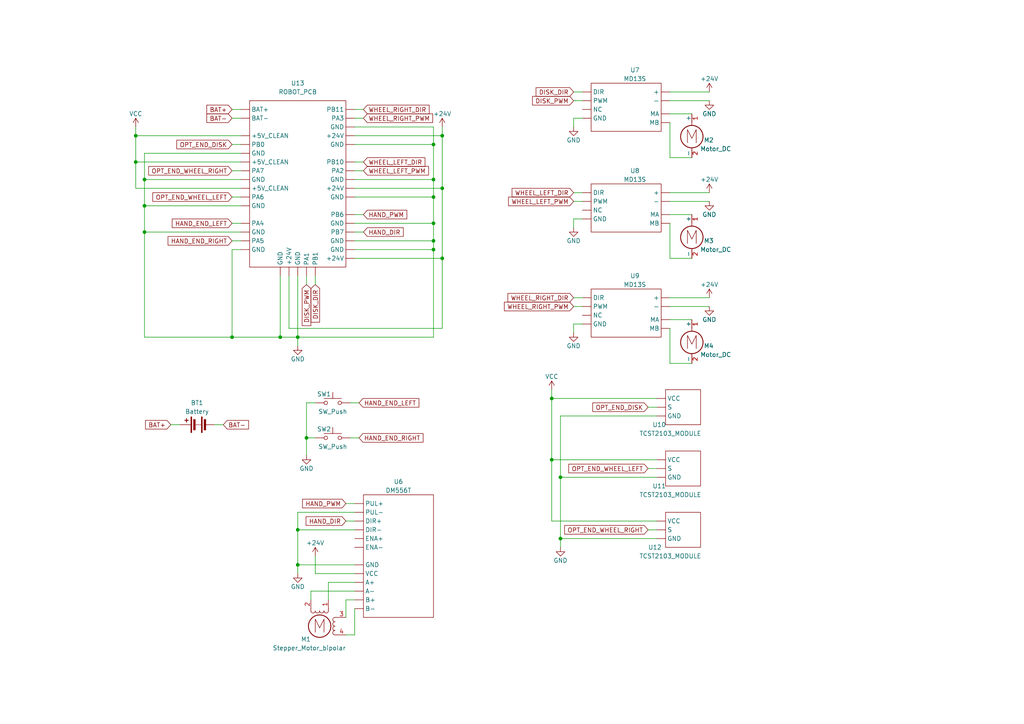
<source format=kicad_sch>
(kicad_sch (version 20230121) (generator eeschema)
  (paper "A4")
  (lib_symbols
    (symbol "Device:Battery" (pin_numbers hide) (pin_names (offset 0) hide)
      (property "Reference" "BT" (at 2.54 2.54 0))
      (property "Value" "Battery" (at 2.54 0 0))
      (symbol "Battery_0_1"
        (rectangle (start -2.286 -1.27) (end 2.286 -1.524) (fill (type outline)))
        (rectangle (start -2.286 1.778) (end 2.286 1.524) (fill (type outline)))
        (rectangle (start -1.524 -2.032) (end 1.524 -2.54) (fill (type outline)))
        (rectangle (start -1.524 1.016) (end 1.524 0.508) (fill (type outline)))
        (polyline (pts (xy 0 -1.016) (xy 0 -0.762)))
        (polyline (pts (xy 0 -0.508) (xy 0 -0.254)))
        (polyline (pts (xy 0 0) (xy 0 0.254)))
        (polyline (pts (xy 0 1.778) (xy 0 2.54)))
        (polyline (pts (xy 0.762 3.048) (xy 1.778 3.048)) (stroke (width 0.254)))
        (polyline (pts (xy 1.27 3.556) (xy 1.27 2.54)) (stroke (width 0.254)))
      )
      (symbol "Battery_1_1"
        (pin passive line (at 0 5.08 270) (length 2.54) (name "+") (number "1"))
        (pin passive line (at 0 -5.08 90) (length 2.54) (name "-") (number "2"))
      )
    )
    (symbol "MD13S_1"
      (property "Reference" "U" (at -5.08 17.78 0))
      (property "Value" "MD13S" (at -2.54 15.24 0))
      (symbol "MD13S_1_0_1"
        (rectangle (start -10.16 13.97) (end 10.16 0))
      )
      (symbol "MD13S_1_1_1"
        (pin power_in line (at -12.7 11.43 0) (length 2.54) (name "+") (number ""))
        (pin power_in line (at -12.7 8.89 0) (length 2.54) (name "-") (number ""))
        (pin input line (at 12.7 11.43 180) (length 2.54) (name "DIR") (number ""))
        (pin input line (at 12.7 3.81 180) (length 2.54) (name "GND") (number ""))
        (pin power_out line (at -12.7 5.08 0) (length 2.54) (name "MA") (number ""))
        (pin power_out line (at -12.7 2.54 0) (length 2.54) (name "MB") (number ""))
        (pin input line (at 12.7 6.35 180) (length 2.54) (name "NC") (number ""))
        (pin input line (at 12.7 8.89 180) (length 2.54) (name "PWM") (number ""))
      )
    )
    (symbol "Motor:Motor_DC" (pin_names (offset 0))
      (property "Reference" "M" (at 2.54 2.54 0))
      (property "Value" "Motor_DC" (at 2.54 -5.08 0))
      (symbol "Motor_DC_0_0"
        (polyline (pts (xy -1.27 -3.302) (xy -1.27 0.508) (xy 0 -2.032) (xy 1.27 0.508) (xy 1.27 -3.302)))
      )
      (symbol "Motor_DC_0_1"
        (circle (center 0 -1.524) (radius 3.2512) (stroke (width 0.254)))
        (polyline (pts (xy 0 -7.62) (xy 0 -7.112)))
        (polyline (pts (xy 0 -4.7752) (xy 0 -5.1816)))
        (polyline (pts (xy 0 1.7272) (xy 0 2.0828)))
        (polyline (pts (xy 0 2.032) (xy 0 2.54)))
      )
      (symbol "Motor_DC_1_1"
        (pin passive line (at 0 5.08 270) (length 2.54) (name "+") (number "1"))
        (pin passive line (at 0 -7.62 90) (length 2.54) (name "-") (number "2"))
      )
    )
    (symbol "Motor:Stepper_Motor_bipolar" (pin_names (offset 0) hide)
      (property "Reference" "M" (at 3.81 2.54 0))
      (property "Value" "Stepper_Motor_bipolar" (at 3.81 1.27 0))
      (symbol "Stepper_Motor_bipolar_0_0"
        (polyline (pts (xy -1.27 -1.778) (xy -1.27 2.032) (xy 0 -0.508) (xy 1.27 2.032) (xy 1.27 -1.778)))
      )
      (symbol "Stepper_Motor_bipolar_0_1"
        (arc (start -4.445 -2.54) (mid -3.8127 -1.905) (end -4.445 -1.27))
        (arc (start -4.445 -1.27) (mid -3.8127 -0.635) (end -4.445 0))
        (arc (start -4.445 0) (mid -3.8127 0.635) (end -4.445 1.27))
        (arc (start -4.445 1.27) (mid -3.8127 1.905) (end -4.445 2.54))
        (arc (start -2.54 4.445) (mid -1.905 3.8127) (end -1.27 4.445))
        (arc (start -1.27 4.445) (mid -0.635 3.8127) (end 0 4.445))
        (polyline (pts (xy -5.08 -2.54) (xy -4.445 -2.54)))
        (polyline (pts (xy -5.08 2.54) (xy -4.445 2.54)))
        (polyline (pts (xy -2.54 5.08) (xy -2.54 4.445)))
        (polyline (pts (xy 2.54 5.08) (xy 2.54 4.445)))
        (circle (center 0 0) (radius 3.2512) (stroke (width 0.254)))
        (arc (start 0 4.445) (mid 0.635 3.8127) (end 1.27 4.445))
        (arc (start 1.27 4.445) (mid 1.905 3.8127) (end 2.54 4.445))
      )
      (symbol "Stepper_Motor_bipolar_1_1"
        (pin passive line (at -2.54 7.62 270) (length 2.54) (name "~") (number "1"))
        (pin passive line (at 2.54 7.62 270) (length 2.54) (name "-") (number "2"))
        (pin passive line (at -7.62 2.54 0) (length 2.54) (name "~") (number "3"))
        (pin passive line (at -7.62 -2.54 0) (length 2.54) (name "~") (number "4"))
      )
    )
    (symbol "STM32F103C8T6:DM556T"
      (property "Reference" "U" (at -11.43 19.05 0))
      (property "Value" "DM556T" (at -13.97 16.51 0))
      (symbol "DM556T_0_1"
        (rectangle (start -10.16 35.56) (end 10.16 0))
      )
      (symbol "DM556T_1_1"
        (pin power_out line (at 12.7 10.16 180) (length 2.54) (name "A+") (number ""))
        (pin power_out line (at 12.7 7.62 180) (length 2.54) (name "A-") (number ""))
        (pin power_out line (at 12.7 5.08 180) (length 2.54) (name "B+") (number ""))
        (pin power_out line (at 12.7 2.54 180) (length 2.54) (name "B-") (number ""))
        (pin input line (at 12.7 27.94 180) (length 2.54) (name "DIR+") (number ""))
        (pin input line (at 12.7 25.4 180) (length 2.54) (name "DIR-") (number ""))
        (pin input line (at 12.7 22.86 180) (length 2.54) (name "ENA+") (number ""))
        (pin input line (at 12.7 20.32 180) (length 2.54) (name "ENA-") (number ""))
        (pin power_in line (at 12.7 15.24 180) (length 2.54) (name "GND") (number ""))
        (pin input line (at 12.7 33.02 180) (length 2.54) (name "PUL+") (number ""))
        (pin input line (at 12.7 30.48 180) (length 2.54) (name "PUL-") (number ""))
        (pin power_in line (at 12.7 12.7 180) (length 2.54) (name "VCC") (number ""))
      )
    )
    (symbol "STM32F103C8T6:TCST2103_module"
      (property "Reference" "U" (at 6.35 1.27 0))
      (property "Value" "TCST2103_MODULE" (at 3.81 -1.27 0))
      (symbol "TCST2103_module_0_1"
        (rectangle (start -5.08 10.16) (end 5.08 0))
      )
      (symbol "TCST2103_module_1_1"
        (pin power_in line (at -7.62 2.54 0) (length 2.54) (name "GND") (number ""))
        (pin input line (at -7.62 5.08 0) (length 2.54) (name "S") (number ""))
        (pin power_in line (at -7.62 7.62 0) (length 2.54) (name "VCC") (number ""))
      )
    )
    (symbol "Switch:SW_Push" (pin_numbers hide) (pin_names (offset 1.016) hide)
      (property "Reference" "SW" (at 1.27 2.54 0))
      (property "Value" "SW_Push" (at 0 -1.524 0))
      (symbol "SW_Push_0_1"
        (circle (center -2.032 0) (radius 0.508))
        (polyline (pts (xy 0 1.27) (xy 0 3.048)))
        (polyline (pts (xy 2.54 1.27) (xy -2.54 1.27)))
        (circle (center 2.032 0) (radius 0.508))
        (pin passive line (at -5.08 0 0) (length 2.54) (name "1") (number "1"))
        (pin passive line (at 5.08 0 180) (length 2.54) (name "2") (number "2"))
      )
    )
    (symbol "power:+24V" (power) (pin_names (offset 0))
      (property "Value" "+24V" (at 0 3.556 0))
      (symbol "+24V_0_1"
        (polyline (pts (xy -0.762 1.27) (xy 0 2.54)))
        (polyline (pts (xy 0 0) (xy 0 2.54)))
        (polyline (pts (xy 0 2.54) (xy 0.762 1.27)))
      )
      (symbol "+24V_1_1"
        (pin power_in line (at 0 0 90) (length 0) hide (name "+24V") (number "1"))
      )
    )
    (symbol "power:GND" (power) (pin_names (offset 0))
      (property "Value" "GND" (at 0 -3.81 0))
      (symbol "GND_0_1"
        (polyline (pts (xy 0 0) (xy 0 -1.27) (xy 1.27 -1.27) (xy 0 -2.54) (xy -1.27 -1.27) (xy 0 -1.27)))
      )
      (symbol "GND_1_1"
        (pin power_in line (at 0 0 270) (length 0) hide (name "GND") (number "1"))
      )
    )
    (symbol "power:VCC" (power) (pin_names (offset 0))
      (property "Value" "+5V_CLEAN" (at 0 3.81 0))
      (symbol "VCC_0_1"
        (polyline (pts (xy -0.762 1.27) (xy 0 2.54)))
        (polyline (pts (xy 0 0) (xy 0 2.54)))
        (polyline (pts (xy 0 2.54) (xy 0.762 1.27)))
      )
      (symbol "VCC_1_1"
        (pin power_in line (at 0 0 90) (length 0) hide (name "VCC") (number "1"))
      )
    )
    (symbol "robot_pcb:robot_pcb"
      (property "Reference" "U" (at 1.27 52.07 0))
      (property "Value" "ROBOT_PCB" (at 1.27 49.53 0))
      (symbol "robot_pcb_0_1"
        (rectangle (start -13.97 48.26) (end 13.97 0))
      )
      (symbol "robot_pcb_1_1"
        (pin power_out line (at -2.54 -2.54 90) (length 2.54) (name "+24V") (number ""))
        (pin power_out line (at 16.51 2.54 180) (length 2.54) (name "+24V") (number ""))
        (pin power_out line (at 16.51 22.86 180) (length 2.54) (name "+24V") (number ""))
        (pin power_out line (at 16.51 38.1 180) (length 2.54) (name "+24V") (number ""))
        (pin power_out line (at -16.51 22.86 0) (length 2.54) (name "+5V_CLEAN") (number ""))
        (pin power_out line (at -16.51 30.48 0) (length 2.54) (name "+5V_CLEAN") (number ""))
        (pin power_out line (at -16.51 38.1 0) (length 2.54) (name "+5V_CLEAN") (number ""))
        (pin power_in line (at -16.51 45.72 0) (length 2.54) (name "BAT+") (number ""))
        (pin power_in line (at -16.51 43.18 0) (length 2.54) (name "BAT-") (number ""))
        (pin power_out line (at -16.51 5.08 0) (length 2.54) (name "GND") (number ""))
        (pin power_out line (at -16.51 10.16 0) (length 2.54) (name "GND") (number ""))
        (pin power_out line (at -16.51 17.78 0) (length 2.54) (name "GND") (number ""))
        (pin power_out line (at -16.51 25.4 0) (length 2.54) (name "GND") (number ""))
        (pin power_out line (at -16.51 33.02 0) (length 2.54) (name "GND") (number ""))
        (pin power_out line (at -5.08 -2.54 90) (length 2.54) (name "GND") (number ""))
        (pin power_out line (at 0 -2.54 90) (length 2.54) (name "GND") (number ""))
        (pin power_out line (at 16.51 5.08 180) (length 2.54) (name "GND") (number ""))
        (pin power_out line (at 16.51 7.62 180) (length 2.54) (name "GND") (number ""))
        (pin power_out line (at 16.51 12.7 180) (length 2.54) (name "GND") (number ""))
        (pin power_out line (at 16.51 20.32 180) (length 2.54) (name "GND") (number ""))
        (pin power_out line (at 16.51 25.4 180) (length 2.54) (name "GND") (number ""))
        (pin power_out line (at 16.51 35.56 180) (length 2.54) (name "GND") (number ""))
        (pin power_out line (at 16.51 40.64 180) (length 2.54) (name "GND") (number ""))
        (pin output line (at 2.54 -2.54 90) (length 2.54) (name "PA1") (number ""))
        (pin output line (at 16.51 27.94 180) (length 2.54) (name "PA2") (number ""))
        (pin output line (at 16.51 43.18 180) (length 2.54) (name "PA3") (number ""))
        (pin input line (at -16.51 12.7 0) (length 2.54) (name "PA4") (number ""))
        (pin input line (at -16.51 7.62 0) (length 2.54) (name "PA5") (number ""))
        (pin input line (at -16.51 20.32 0) (length 2.54) (name "PA6") (number ""))
        (pin input line (at -16.51 27.94 0) (length 2.54) (name "PA7") (number ""))
        (pin input line (at -16.51 35.56 0) (length 2.54) (name "PB0") (number ""))
        (pin output line (at 5.08 -2.54 90) (length 2.54) (name "PB1") (number ""))
        (pin output line (at 16.51 30.48 180) (length 2.54) (name "PB10") (number ""))
        (pin output line (at 16.51 45.72 180) (length 2.54) (name "PB11") (number ""))
        (pin output line (at 16.51 15.24 180) (length 2.54) (name "PB6") (number ""))
        (pin output line (at 16.51 10.16 180) (length 2.54) (name "PB7") (number ""))
      )
    )
  )
  (junction (at 162.56 156.21))
  (junction (at 86.36 153.67))
  (junction (at 128.27 74.93))
  (junction (at 86.36 97.79))
  (junction (at 81.28 97.79))
  (junction (at 39.37 46.99))
  (junction (at 67.31 97.79))
  (junction (at 160.02 133.35))
  (junction (at 125.73 69.85))
  (junction (at 128.27 39.37))
  (junction (at 88.9 127))
  (junction (at 41.91 52.07))
  (junction (at 86.36 163.83))
  (junction (at 125.73 64.77))
  (junction (at 125.73 52.07))
  (junction (at 128.27 54.61))
  (junction (at 162.56 138.43))
  (junction (at 125.73 57.15))
  (junction (at 39.37 39.37))
  (junction (at 125.73 72.39))
  (junction (at 125.73 41.91))
  (junction (at 160.02 115.57))
  (junction (at 41.91 67.31))
  (junction (at 41.91 59.69))
  (wire (pts (xy 162.56 156.21) (xy 190.5 156.21)))
  (wire (pts (xy 162.56 120.65) (xy 190.5 120.65)))
  (wire (pts (xy 205.74 26.67) (xy 194.31 26.67)))
  (wire (pts (xy 200.66 74.93) (xy 194.31 74.93)))
  (wire (pts (xy 86.36 153.67) (xy 86.36 163.83)))
  (wire (pts (xy 160.02 133.35) (xy 190.5 133.35)))
  (wire (pts (xy 88.9 127) (xy 88.9 132.08)))
  (wire (pts (xy 102.87 62.23) (xy 105.41 62.23)))
  (wire (pts (xy 166.37 86.36) (xy 168.91 86.36)))
  (wire (pts (xy 67.31 57.15) (xy 69.85 57.15)))
  (wire (pts (xy 102.87 153.67) (xy 86.36 153.67)))
  (wire (pts (xy 102.87 57.15) (xy 125.73 57.15)))
  (wire (pts (xy 101.6 116.84) (xy 104.14 116.84)))
  (wire (pts (xy 162.56 156.21) (xy 162.56 158.75)))
  (wire (pts (xy 166.37 34.29) (xy 166.37 36.83)))
  (wire (pts (xy 187.96 118.11) (xy 190.5 118.11)))
  (wire (pts (xy 125.73 36.83) (xy 125.73 41.91)))
  (wire (pts (xy 67.31 97.79) (xy 81.28 97.79)))
  (wire (pts (xy 41.91 67.31) (xy 69.85 67.31)))
  (wire (pts (xy 160.02 113.03) (xy 160.02 115.57)))
  (wire (pts (xy 160.02 115.57) (xy 160.02 133.35)))
  (wire (pts (xy 166.37 93.98) (xy 168.91 93.98)))
  (wire (pts (xy 102.87 148.59) (xy 86.36 148.59)))
  (wire (pts (xy 83.82 95.25) (xy 128.27 95.25)))
  (wire (pts (xy 205.74 88.9) (xy 194.31 88.9)))
  (wire (pts (xy 41.91 67.31) (xy 41.91 97.79)))
  (wire (pts (xy 41.91 59.69) (xy 41.91 67.31)))
  (wire (pts (xy 128.27 39.37) (xy 128.27 36.83)))
  (wire (pts (xy 90.17 171.45) (xy 90.17 173.99)))
  (wire (pts (xy 166.37 34.29) (xy 168.91 34.29)))
  (wire (pts (xy 194.31 35.56) (xy 194.31 45.72)))
  (wire (pts (xy 102.87 163.83) (xy 86.36 163.83)))
  (wire (pts (xy 81.28 80.01) (xy 81.28 97.79)))
  (wire (pts (xy 187.96 153.67) (xy 190.5 153.67)))
  (wire (pts (xy 125.73 57.15) (xy 125.73 64.77)))
  (wire (pts (xy 102.87 166.37) (xy 91.44 166.37)))
  (wire (pts (xy 41.91 59.69) (xy 69.85 59.69)))
  (wire (pts (xy 166.37 93.98) (xy 166.37 96.52)))
  (wire (pts (xy 39.37 54.61) (xy 39.37 46.99)))
  (wire (pts (xy 166.37 63.5) (xy 166.37 66.04)))
  (wire (pts (xy 160.02 133.35) (xy 160.02 151.13)))
  (wire (pts (xy 41.91 44.45) (xy 41.91 52.07)))
  (wire (pts (xy 128.27 74.93) (xy 128.27 54.61)))
  (wire (pts (xy 88.9 116.84) (xy 88.9 127)))
  (wire (pts (xy 194.31 64.77) (xy 194.31 74.93)))
  (wire (pts (xy 160.02 115.57) (xy 190.5 115.57)))
  (wire (pts (xy 62.23 123.19) (xy 64.77 123.19)))
  (wire (pts (xy 102.87 36.83) (xy 125.73 36.83)))
  (wire (pts (xy 67.31 69.85) (xy 69.85 69.85)))
  (wire (pts (xy 162.56 138.43) (xy 162.56 156.21)))
  (wire (pts (xy 102.87 54.61) (xy 128.27 54.61)))
  (wire (pts (xy 67.31 41.91) (xy 69.85 41.91)))
  (wire (pts (xy 102.87 69.85) (xy 125.73 69.85)))
  (wire (pts (xy 166.37 88.9) (xy 168.91 88.9)))
  (wire (pts (xy 162.56 120.65) (xy 162.56 138.43)))
  (wire (pts (xy 102.87 176.53) (xy 102.87 184.15)))
  (wire (pts (xy 41.91 52.07) (xy 41.91 59.69)))
  (wire (pts (xy 102.87 74.93) (xy 128.27 74.93)))
  (wire (pts (xy 205.74 86.36) (xy 194.31 86.36)))
  (wire (pts (xy 86.36 148.59) (xy 86.36 153.67)))
  (wire (pts (xy 69.85 39.37) (xy 39.37 39.37)))
  (wire (pts (xy 86.36 80.01) (xy 86.36 97.79)))
  (wire (pts (xy 125.73 69.85) (xy 125.73 72.39)))
  (wire (pts (xy 67.31 31.75) (xy 69.85 31.75)))
  (wire (pts (xy 200.66 62.23) (xy 194.31 62.23)))
  (wire (pts (xy 100.33 151.13) (xy 102.87 151.13)))
  (wire (pts (xy 101.6 127) (xy 104.14 127)))
  (wire (pts (xy 205.74 55.88) (xy 194.31 55.88)))
  (wire (pts (xy 125.73 52.07) (xy 125.73 57.15)))
  (wire (pts (xy 102.87 34.29) (xy 105.41 34.29)))
  (wire (pts (xy 166.37 58.42) (xy 168.91 58.42)))
  (wire (pts (xy 102.87 46.99) (xy 105.41 46.99)))
  (wire (pts (xy 128.27 95.25) (xy 128.27 74.93)))
  (wire (pts (xy 102.87 52.07) (xy 125.73 52.07)))
  (wire (pts (xy 39.37 39.37) (xy 39.37 36.83)))
  (wire (pts (xy 69.85 54.61) (xy 39.37 54.61)))
  (wire (pts (xy 187.96 135.89) (xy 190.5 135.89)))
  (wire (pts (xy 100.33 146.05) (xy 102.87 146.05)))
  (wire (pts (xy 67.31 49.53) (xy 69.85 49.53)))
  (wire (pts (xy 166.37 63.5) (xy 168.91 63.5)))
  (wire (pts (xy 67.31 64.77) (xy 69.85 64.77)))
  (wire (pts (xy 102.87 31.75) (xy 105.41 31.75)))
  (wire (pts (xy 162.56 138.43) (xy 190.5 138.43)))
  (wire (pts (xy 166.37 29.21) (xy 168.91 29.21)))
  (wire (pts (xy 200.66 92.71) (xy 194.31 92.71)))
  (wire (pts (xy 102.87 72.39) (xy 125.73 72.39)))
  (wire (pts (xy 91.44 161.29) (xy 91.44 166.37)))
  (wire (pts (xy 102.87 64.77) (xy 125.73 64.77)))
  (wire (pts (xy 166.37 26.67) (xy 168.91 26.67)))
  (wire (pts (xy 102.87 171.45) (xy 90.17 171.45)))
  (wire (pts (xy 200.66 45.72) (xy 194.31 45.72)))
  (wire (pts (xy 102.87 39.37) (xy 128.27 39.37)))
  (wire (pts (xy 200.66 105.41) (xy 194.31 105.41)))
  (wire (pts (xy 86.36 166.37) (xy 86.36 163.83)))
  (wire (pts (xy 125.73 97.79) (xy 86.36 97.79)))
  (wire (pts (xy 125.73 64.77) (xy 125.73 69.85)))
  (wire (pts (xy 102.87 173.99) (xy 100.33 173.99)))
  (wire (pts (xy 49.53 123.19) (xy 52.07 123.19)))
  (wire (pts (xy 83.82 80.01) (xy 83.82 95.25)))
  (wire (pts (xy 88.9 80.01) (xy 88.9 82.55)))
  (wire (pts (xy 125.73 41.91) (xy 125.73 52.07)))
  (wire (pts (xy 102.87 49.53) (xy 105.41 49.53)))
  (wire (pts (xy 67.31 72.39) (xy 67.31 97.79)))
  (wire (pts (xy 86.36 97.79) (xy 86.36 100.33)))
  (wire (pts (xy 125.73 72.39) (xy 125.73 97.79)))
  (wire (pts (xy 205.74 29.21) (xy 194.31 29.21)))
  (wire (pts (xy 200.66 33.02) (xy 194.31 33.02)))
  (wire (pts (xy 102.87 67.31) (xy 105.41 67.31)))
  (wire (pts (xy 102.87 41.91) (xy 125.73 41.91)))
  (wire (pts (xy 205.74 58.42) (xy 194.31 58.42)))
  (wire (pts (xy 100.33 184.15) (xy 102.87 184.15)))
  (wire (pts (xy 102.87 168.91) (xy 95.25 168.91)))
  (wire (pts (xy 69.85 72.39) (xy 67.31 72.39)))
  (wire (pts (xy 69.85 44.45) (xy 41.91 44.45)))
  (wire (pts (xy 91.44 116.84) (xy 88.9 116.84)))
  (wire (pts (xy 160.02 151.13) (xy 190.5 151.13)))
  (wire (pts (xy 39.37 46.99) (xy 39.37 39.37)))
  (wire (pts (xy 69.85 46.99) (xy 39.37 46.99)))
  (wire (pts (xy 81.28 97.79) (xy 86.36 97.79)))
  (wire (pts (xy 95.25 168.91) (xy 95.25 173.99)))
  (wire (pts (xy 91.44 80.01) (xy 91.44 82.55)))
  (wire (pts (xy 91.44 127) (xy 88.9 127)))
  (wire (pts (xy 67.31 34.29) (xy 69.85 34.29)))
  (wire (pts (xy 194.31 95.25) (xy 194.31 105.41)))
  (wire (pts (xy 166.37 55.88) (xy 168.91 55.88)))
  (wire (pts (xy 128.27 54.61) (xy 128.27 39.37)))
  (wire (pts (xy 41.91 97.79) (xy 67.31 97.79)))
  (wire (pts (xy 41.91 52.07) (xy 69.85 52.07)))
  (wire (pts (xy 100.33 173.99) (xy 100.33 179.07)))
  (global_label "OPT_END_WHEEL_RIGHT" (shape input) (at 67.31 49.53 180) (property "Intersheetrefs" "${INTERSHEET_REFS}" (effects hide)))
  (global_label "HAND_PWM" (shape input) (at 100.33 146.05 180) (property "Intersheetrefs" "${INTERSHEET_REFS}" (effects hide)))
  (global_label "OPT_END_WHEEL_LEFT" (shape input) (at 67.31 57.15 180) (property "Intersheetrefs" "${INTERSHEET_REFS}" (effects hide)))
  (global_label "HAND_END_LEFT" (shape input) (at 104.14 116.84 0) (property "Intersheetrefs" "${INTERSHEET_REFS}" (effects hide)))
  (global_label "HAND_DIR" (shape input) (at 105.41 67.31 0) (property "Intersheetrefs" "${INTERSHEET_REFS}" (effects hide)))
  (global_label "DISK_DIR" (shape input) (at 91.44 82.55 270) (property "Intersheetrefs" "${INTERSHEET_REFS}" (effects hide)))
  (global_label "BAT+" (shape input) (at 67.31 31.75 180) (property "Intersheetrefs" "${INTERSHEET_REFS}" (effects hide)))
  (global_label "WHEEL_RIGHT_DIR" (shape input) (at 105.41 31.75 0) (property "Intersheetrefs" "${INTERSHEET_REFS}" (effects hide)))
  (global_label "WHEEL_RIGHT_PWM" (shape input) (at 105.41 34.29 0) (property "Intersheetrefs" "${INTERSHEET_REFS}" (effects hide)))
  (global_label "OPT_END_WHEEL_LEFT" (shape input) (at 187.96 135.89 180) (property "Intersheetrefs" "${INTERSHEET_REFS}" (effects hide)))
  (global_label "WHEEL_LEFT_PWM" (shape input) (at 166.37 58.42 180) (property "Intersheetrefs" "${INTERSHEET_REFS}" (effects hide)))
  (global_label "WHEEL_RIGHT_PWM" (shape input) (at 166.37 88.9 180) (property "Intersheetrefs" "${INTERSHEET_REFS}" (effects hide)))
  (global_label "WHEEL_LEFT_PWM" (shape input) (at 105.41 49.53 0) (property "Intersheetrefs" "${INTERSHEET_REFS}" (effects hide)))
  (global_label "DISK_PWM" (shape input) (at 88.9 82.55 270) (property "Intersheetrefs" "${INTERSHEET_REFS}" (effects hide)))
  (global_label "HAND_PWM" (shape input) (at 105.41 62.23 0) (property "Intersheetrefs" "${INTERSHEET_REFS}" (effects hide)))
  (global_label "DISK_DIR" (shape input) (at 166.37 26.67 180) (property "Intersheetrefs" "${INTERSHEET_REFS}" (effects hide)))
  (global_label "HAND_END_RIGHT" (shape input) (at 104.14 127 0) (property "Intersheetrefs" "${INTERSHEET_REFS}" (effects hide)))
  (global_label "HAND_END_RIGHT" (shape input) (at 67.31 69.85 180) (property "Intersheetrefs" "${INTERSHEET_REFS}" (effects hide)))
  (global_label "OPT_END_WHEEL_RIGHT" (shape input) (at 187.96 153.67 180) (property "Intersheetrefs" "${INTERSHEET_REFS}" (effects hide)))
  (global_label "WHEEL_LEFT_DIR" (shape input) (at 105.41 46.99 0) (property "Intersheetrefs" "${INTERSHEET_REFS}" (effects hide)))
  (global_label "DISK_PWM" (shape input) (at 166.37 29.21 180) (property "Intersheetrefs" "${INTERSHEET_REFS}" (effects hide)))
  (global_label "WHEEL_LEFT_DIR" (shape input) (at 166.37 55.88 180) (property "Intersheetrefs" "${INTERSHEET_REFS}" (effects hide)))
  (global_label "BAT-" (shape input) (at 64.77 123.19 0) (property "Intersheetrefs" "${INTERSHEET_REFS}" (effects hide)))
  (global_label "HAND_DIR" (shape input) (at 100.33 151.13 180) (property "Intersheetrefs" "${INTERSHEET_REFS}" (effects hide)))
  (global_label "OPT_END_DISK" (shape input) (at 67.31 41.91 180) (property "Intersheetrefs" "${INTERSHEET_REFS}" (effects hide)))
  (global_label "HAND_END_LEFT" (shape input) (at 67.31 64.77 180) (property "Intersheetrefs" "${INTERSHEET_REFS}" (effects hide)))
  (global_label "BAT+" (shape input) (at 49.53 123.19 180) (property "Intersheetrefs" "${INTERSHEET_REFS}" (effects hide)))
  (global_label "BAT-" (shape input) (at 67.31 34.29 180) (property "Intersheetrefs" "${INTERSHEET_REFS}" (effects hide)))
  (global_label "WHEEL_RIGHT_DIR" (shape input) (at 166.37 86.36 180) (property "Intersheetrefs" "${INTERSHEET_REFS}" (effects hide)))
  (global_label "OPT_END_DISK" (shape input) (at 187.96 118.11 180) (property "Intersheetrefs" "${INTERSHEET_REFS}" (effects hide)))
  (symbol (lib_id "power:GND") (at 205.74 29.21 0) (mirror y) (unit 1)
    (property "Reference" "#PWR029" (effects hide))
    (property "Value" "GND" (at 205.74 33.02 0))
  )
  (symbol (lib_id "power:+24V") (at 128.27 36.83 0) (unit 1)
    (property "Reference" "#PWR01" (effects hide))
    (property "Value" "+24V" (at 128.27 33.02 0))
  )
  (symbol (lib_id "STM32F103C8T6:TCST2103_module") (at 198.12 158.75 0) (unit 1)
    (property "Reference" "U12" (at 187.96 158.75 0) (effects (justify left)))
    (property "Value" "TCST2103_MODULE" (at 185.42 161.29 0) (effects (justify left)))
  )
  (symbol (lib_id "power:VCC") (at 160.02 113.03 0) (unit 1)
    (property "Reference" "#PWR034" (effects hide))
    (property "Value" "+5V_CLEAN" (at 160.02 109.22 0))
  )
  (symbol (lib_name "MD13S_1") (lib_id "STM32F103C8T6:MD13S") (at 181.61 67.31 0) (mirror y) (unit 1)
    (property "Reference" "U8" (at 184.15 49.53 0))
    (property "Value" "MD13S" (at 184.15 52.07 0))
  )
  (symbol (lib_id "power:GND") (at 166.37 36.83 0) (mirror y) (unit 1)
    (property "Reference" "#PWR025" (effects hide))
    (property "Value" "GND" (at 166.37 40.64 0))
  )
  (symbol (lib_id "Motor:Motor_DC") (at 200.66 97.79 0) (mirror y) (unit 1)
    (property "Reference" "M4" (at 207.01 100.33 0) (effects (justify left)))
    (property "Value" "Motor_DC" (at 212.09 102.87 0) (effects (justify left)))
  )
  (symbol (lib_id "Switch:SW_Push") (at 96.52 116.84 0) (unit 1)
    (property "Reference" "SW1" (at 93.98 114.3 0))
    (property "Value" "SW_Push" (at 96.52 119.38 0))
    (property "Footprint" "Connector_PinHeader_2.54mm:PinHeader_1x02_P2.54mm_Vertical" (effects hide))
  )
  (symbol (lib_id "power:+24V") (at 205.74 55.88 0) (mirror y) (unit 1)
    (property "Reference" "#PWR030" (effects hide))
    (property "Value" "+24V" (at 205.74 52.07 0))
  )
  (symbol (lib_name "MD13S_1") (lib_id "STM32F103C8T6:MD13S") (at 181.61 97.79 0) (mirror y) (unit 1)
    (property "Reference" "U9" (at 184.15 80.01 0))
    (property "Value" "MD13S" (at 184.15 82.55 0))
  )
  (symbol (lib_id "power:GND") (at 166.37 96.52 0) (mirror y) (unit 1)
    (property "Reference" "#PWR027" (effects hide))
    (property "Value" "GND" (at 166.37 100.33 0))
  )
  (symbol (lib_id "power:+24V") (at 91.44 161.29 0) (unit 1)
    (property "Reference" "#PWR021" (effects hide))
    (property "Value" "+24V" (at 91.44 157.48 0))
  )
  (symbol (lib_id "Device:Battery") (at 57.15 123.19 90) (unit 1)
    (property "Reference" "BT1" (at 57.15 116.84 90))
    (property "Value" "Battery" (at 57.15 119.38 90))
  )
  (symbol (lib_id "power:GND") (at 162.56 158.75 0) (unit 1)
    (property "Reference" "#PWR035" (effects hide))
    (property "Value" "GND" (at 162.56 162.56 0))
  )
  (symbol (lib_id "Motor:Motor_DC") (at 200.66 38.1 0) (mirror y) (unit 1)
    (property "Reference" "M2" (at 207.01 40.64 0) (effects (justify left)))
    (property "Value" "Motor_DC" (at 212.09 43.18 0) (effects (justify left)))
  )
  (symbol (lib_id "power:+24V") (at 205.74 86.36 0) (mirror y) (unit 1)
    (property "Reference" "#PWR032" (effects hide))
    (property "Value" "+24V" (at 205.74 82.55 0))
  )
  (symbol (lib_id "robot_pcb:robot_pcb") (at 86.36 77.47 0) (unit 1)
    (property "Reference" "U13" (at 86.36 24.13 0))
    (property "Value" "ROBOT_PCB" (at 86.36 26.67 0))
  )
  (symbol (lib_name "MD13S_1") (lib_id "STM32F103C8T6:MD13S") (at 181.61 38.1 0) (mirror y) (unit 1)
    (property "Reference" "U7" (at 184.15 20.32 0))
    (property "Value" "MD13S" (at 184.15 22.86 0))
  )
  (symbol (lib_id "STM32F103C8T6:DM556T") (at 115.57 179.07 0) (mirror y) (unit 1)
    (property "Reference" "U6" (at 115.57 139.7 0))
    (property "Value" "DM556T" (at 115.57 142.24 0))
  )
  (symbol (lib_id "power:GND") (at 205.74 58.42 0) (mirror y) (unit 1)
    (property "Reference" "#PWR031" (effects hide))
    (property "Value" "GND" (at 205.74 62.23 0))
  )
  (symbol (lib_id "power:VCC") (at 39.37 36.83 0) (unit 1)
    (property "Reference" "#PWR011" (effects hide))
    (property "Value" "+5V_CLEAN" (at 39.37 33.02 0))
  )
  (symbol (lib_id "power:GND") (at 86.36 166.37 0) (mirror y) (unit 1)
    (property "Reference" "#PWR020" (effects hide))
    (property "Value" "GND" (at 86.36 170.18 0))
  )
  (symbol (lib_id "STM32F103C8T6:TCST2103_module") (at 198.12 123.19 0) (unit 1)
    (property "Reference" "U10" (at 189.23 123.19 0) (effects (justify left)))
    (property "Value" "TCST2103_MODULE" (at 185.42 125.73 0) (effects (justify left)))
  )
  (symbol (lib_id "power:GND") (at 88.9 132.08 0) (unit 1)
    (property "Reference" "#PWR013" (effects hide))
    (property "Value" "GND" (at 88.9 135.89 0))
  )
  (symbol (lib_id "STM32F103C8T6:TCST2103_module") (at 198.12 140.97 0) (unit 1)
    (property "Reference" "U11" (at 189.23 140.97 0) (effects (justify left)))
    (property "Value" "TCST2103_MODULE" (at 185.42 143.51 0) (effects (justify left)))
  )
  (symbol (lib_id "power:GND") (at 205.74 88.9 0) (mirror y) (unit 1)
    (property "Reference" "#PWR033" (effects hide))
    (property "Value" "GND" (at 205.74 92.71 0))
  )
  (symbol (lib_id "power:GND") (at 166.37 66.04 0) (mirror y) (unit 1)
    (property "Reference" "#PWR026" (effects hide))
    (property "Value" "GND" (at 166.37 69.85 0))
  )
  (symbol (lib_id "power:+24V") (at 205.74 26.67 0) (mirror y) (unit 1)
    (property "Reference" "#PWR028" (effects hide))
    (property "Value" "+24V" (at 205.74 22.86 0))
  )
  (symbol (lib_id "power:GND") (at 86.36 100.33 0) (unit 1)
    (property "Reference" "#PWR012" (effects hide))
    (property "Value" "GND" (at 86.36 104.14 0))
  )
  (symbol (lib_id "Motor:Stepper_Motor_bipolar") (at 92.71 181.61 0) (mirror y) (unit 1)
    (property "Reference" "M1" (at 90.17 185.42 0) (effects (justify left)))
    (property "Value" "Stepper_Motor_bipolar" (at 100.33 187.96 0) (effects (justify left)))
    (property "Datasheet" "http://www.infineon.com/dgdl/Application-Note-TLE8110EE_driving_UniPolarStepperMotor_V1.1.pdf?fileId=db3a30431be39b97011be5d0aa0a00b0" (effects hide))
  )
  (symbol (lib_id "Switch:SW_Push") (at 96.52 127 0) (unit 1)
    (property "Reference" "SW2" (at 93.98 124.46 0))
    (property "Value" "SW_Push" (at 96.52 129.54 0))
    (property "Footprint" "Connector_PinHeader_2.54mm:PinHeader_1x02_P2.54mm_Vertical" (effects hide))
  )
  (symbol (lib_id "Motor:Motor_DC") (at 200.66 67.31 0) (mirror y) (unit 1)
    (property "Reference" "M3" (at 207.01 69.85 0) (effects (justify left)))
    (property "Value" "Motor_DC" (at 212.09 72.39 0) (effects (justify left)))
  )
)
</source>
